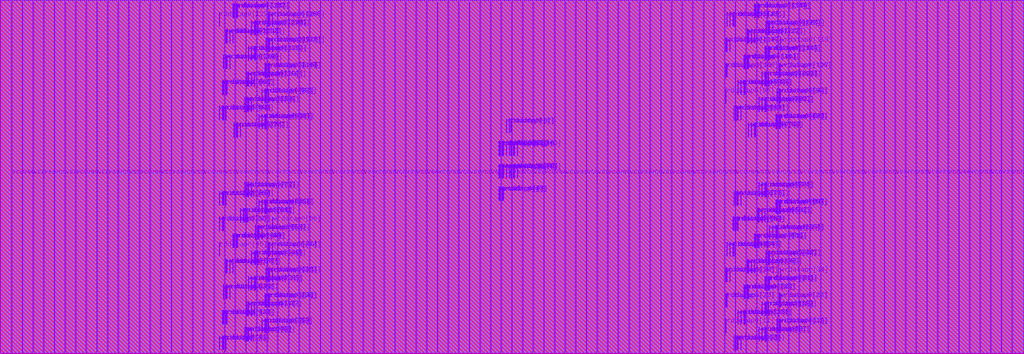
<source format=lef>
VERSION 5.8 ;
BUSBITCHARS "[]" ;
DIVIDERCHAR "/" ;

UNITS
  DATABASE MICRONS 4000 ;
END UNITS

MANUFACTURINGGRID 0.0005 ;

MACRO arf132b256e1r1w0cbbehcaa4acw
  CLASS BLOCK ;
  ORIGIN 0 0 ;
  FOREIGN arf132b256e1r1w0cbbehcaa4acw 0 0 ;
  SIZE 86.4 BY 29.76 ;
  PIN ckrdp0
    DIRECTION INPUT ;
    USE SIGNAL ;
    PORT
      LAYER m7 ;
        RECT 42.728 16.68 42.772 17.88 ;
    END
  END ckrdp0
  PIN ckwrp0
    DIRECTION INPUT ;
    USE SIGNAL ;
    PORT
      LAYER m7 ;
        RECT 42.084 14.76 42.128 15.96 ;
    END
  END ckwrp0
  PIN rdaddrp0[0]
    DIRECTION INPUT ;
    USE SIGNAL ;
    PORT
      LAYER m7 ;
        RECT 43.628 16.68 43.672 17.88 ;
    END
  END rdaddrp0[0]
  PIN rdaddrp0[1]
    DIRECTION INPUT ;
    USE SIGNAL ;
    PORT
      LAYER m7 ;
        RECT 42.084 16.68 42.128 17.88 ;
    END
  END rdaddrp0[1]
  PIN rdaddrp0[2]
    DIRECTION INPUT ;
    USE SIGNAL ;
    PORT
      LAYER m7 ;
        RECT 42.172 16.68 42.216 17.88 ;
    END
  END rdaddrp0[2]
  PIN rdaddrp0[3]
    DIRECTION INPUT ;
    USE SIGNAL ;
    PORT
      LAYER m7 ;
        RECT 42.384 16.68 42.428 17.88 ;
    END
  END rdaddrp0[3]
  PIN rdaddrp0[4]
    DIRECTION INPUT ;
    USE SIGNAL ;
    PORT
      LAYER m7 ;
        RECT 42.472 16.68 42.516 17.88 ;
    END
  END rdaddrp0[4]
  PIN rdaddrp0[5]
    DIRECTION INPUT ;
    USE SIGNAL ;
    PORT
      LAYER m7 ;
        RECT 42.728 18.6 42.772 19.8 ;
    END
  END rdaddrp0[5]
  PIN rdaddrp0[6]
    DIRECTION INPUT ;
    USE SIGNAL ;
    PORT
      LAYER m7 ;
        RECT 42.984 18.6 43.028 19.8 ;
    END
  END rdaddrp0[6]
  PIN rdaddrp0[7]
    DIRECTION INPUT ;
    USE SIGNAL ;
    PORT
      LAYER m7 ;
        RECT 43.072 18.6 43.116 19.8 ;
    END
  END rdaddrp0[7]
  PIN rdaddrp0_fd
    DIRECTION INPUT ;
    USE SIGNAL ;
    PORT
      LAYER m7 ;
        RECT 42.984 16.68 43.028 17.88 ;
    END
  END rdaddrp0_fd
  PIN rdaddrp0_rd
    DIRECTION INPUT ;
    USE SIGNAL ;
    PORT
      LAYER m7 ;
        RECT 43.072 16.68 43.116 17.88 ;
    END
  END rdaddrp0_rd
  PIN rddatap0[0]
    DIRECTION OUTPUT ;
    USE SIGNAL ;
    PORT
      LAYER m7 ;
        RECT 18.772 0.24 18.816 1.44 ;
    END
  END rddatap0[0]
  PIN rddatap0[100]
    DIRECTION OUTPUT ;
    USE SIGNAL ;
    PORT
      LAYER m7 ;
        RECT 21.128 22.56 21.172 23.76 ;
    END
  END rddatap0[100]
  PIN rddatap0[101]
    DIRECTION OUTPUT ;
    USE SIGNAL ;
    PORT
      LAYER m7 ;
        RECT 21.384 22.56 21.428 23.76 ;
    END
  END rddatap0[101]
  PIN rddatap0[102]
    DIRECTION OUTPUT ;
    USE SIGNAL ;
    PORT
      LAYER m7 ;
        RECT 64.672 22.56 64.716 23.76 ;
    END
  END rddatap0[102]
  PIN rddatap0[103]
    DIRECTION OUTPUT ;
    USE SIGNAL ;
    PORT
      LAYER m7 ;
        RECT 64.884 22.56 64.928 23.76 ;
    END
  END rddatap0[103]
  PIN rddatap0[104]
    DIRECTION OUTPUT ;
    USE SIGNAL ;
    PORT
      LAYER m7 ;
        RECT 22.584 23.28 22.628 24.48 ;
    END
  END rddatap0[104]
  PIN rddatap0[105]
    DIRECTION OUTPUT ;
    USE SIGNAL ;
    PORT
      LAYER m7 ;
        RECT 22.672 23.28 22.716 24.48 ;
    END
  END rddatap0[105]
  PIN rddatap0[106]
    DIRECTION OUTPUT ;
    USE SIGNAL ;
    PORT
      LAYER m7 ;
        RECT 61.284 23.28 61.328 24.48 ;
    END
  END rddatap0[106]
  PIN rddatap0[107]
    DIRECTION OUTPUT ;
    USE SIGNAL ;
    PORT
      LAYER m7 ;
        RECT 61.372 23.28 61.416 24.48 ;
    END
  END rddatap0[107]
  PIN rddatap0[108]
    DIRECTION OUTPUT ;
    USE SIGNAL ;
    PORT
      LAYER m7 ;
        RECT 19.072 24 19.116 25.2 ;
    END
  END rddatap0[108]
  PIN rddatap0[109]
    DIRECTION OUTPUT ;
    USE SIGNAL ;
    PORT
      LAYER m7 ;
        RECT 19.328 24 19.372 25.2 ;
    END
  END rddatap0[109]
  PIN rddatap0[10]
    DIRECTION OUTPUT ;
    USE SIGNAL ;
    PORT
      LAYER m7 ;
        RECT 65.872 1.68 65.916 2.88 ;
    END
  END rddatap0[10]
  PIN rddatap0[110]
    DIRECTION OUTPUT ;
    USE SIGNAL ;
    PORT
      LAYER m7 ;
        RECT 63.084 24 63.128 25.2 ;
    END
  END rddatap0[110]
  PIN rddatap0[111]
    DIRECTION OUTPUT ;
    USE SIGNAL ;
    PORT
      LAYER m7 ;
        RECT 63.172 24 63.216 25.2 ;
    END
  END rddatap0[111]
  PIN rddatap0[112]
    DIRECTION OUTPUT ;
    USE SIGNAL ;
    PORT
      LAYER m7 ;
        RECT 21.384 24.72 21.428 25.92 ;
    END
  END rddatap0[112]
  PIN rddatap0[113]
    DIRECTION OUTPUT ;
    USE SIGNAL ;
    PORT
      LAYER m7 ;
        RECT 21.472 24.72 21.516 25.92 ;
    END
  END rddatap0[113]
  PIN rddatap0[114]
    DIRECTION OUTPUT ;
    USE SIGNAL ;
    PORT
      LAYER m7 ;
        RECT 64.884 24.72 64.928 25.92 ;
    END
  END rddatap0[114]
  PIN rddatap0[115]
    DIRECTION OUTPUT ;
    USE SIGNAL ;
    PORT
      LAYER m7 ;
        RECT 64.972 24.72 65.016 25.92 ;
    END
  END rddatap0[115]
  PIN rddatap0[116]
    DIRECTION OUTPUT ;
    USE SIGNAL ;
    PORT
      LAYER m7 ;
        RECT 22.672 25.44 22.716 26.64 ;
    END
  END rddatap0[116]
  PIN rddatap0[117]
    DIRECTION OUTPUT ;
    USE SIGNAL ;
    PORT
      LAYER m7 ;
        RECT 22.928 25.44 22.972 26.64 ;
    END
  END rddatap0[117]
  PIN rddatap0[118]
    DIRECTION OUTPUT ;
    USE SIGNAL ;
    PORT
      LAYER m7 ;
        RECT 61.372 25.44 61.416 26.64 ;
    END
  END rddatap0[118]
  PIN rddatap0[119]
    DIRECTION OUTPUT ;
    USE SIGNAL ;
    PORT
      LAYER m7 ;
        RECT 61.628 25.44 61.672 26.64 ;
    END
  END rddatap0[119]
  PIN rddatap0[11]
    DIRECTION OUTPUT ;
    USE SIGNAL ;
    PORT
      LAYER m7 ;
        RECT 61.284 1.68 61.328 2.88 ;
    END
  END rddatap0[11]
  PIN rddatap0[120]
    DIRECTION OUTPUT ;
    USE SIGNAL ;
    PORT
      LAYER m7 ;
        RECT 19.328 26.16 19.372 27.36 ;
    END
  END rddatap0[120]
  PIN rddatap0[121]
    DIRECTION OUTPUT ;
    USE SIGNAL ;
    PORT
      LAYER m7 ;
        RECT 19.584 26.16 19.628 27.36 ;
    END
  END rddatap0[121]
  PIN rddatap0[122]
    DIRECTION OUTPUT ;
    USE SIGNAL ;
    PORT
      LAYER m7 ;
        RECT 63.428 26.16 63.472 27.36 ;
    END
  END rddatap0[122]
  PIN rddatap0[123]
    DIRECTION OUTPUT ;
    USE SIGNAL ;
    PORT
      LAYER m7 ;
        RECT 63.684 26.16 63.728 27.36 ;
    END
  END rddatap0[123]
  PIN rddatap0[124]
    DIRECTION OUTPUT ;
    USE SIGNAL ;
    PORT
      LAYER m7 ;
        RECT 21.472 26.88 21.516 28.08 ;
    END
  END rddatap0[124]
  PIN rddatap0[125]
    DIRECTION OUTPUT ;
    USE SIGNAL ;
    PORT
      LAYER m7 ;
        RECT 21.684 26.88 21.728 28.08 ;
    END
  END rddatap0[125]
  PIN rddatap0[126]
    DIRECTION OUTPUT ;
    USE SIGNAL ;
    PORT
      LAYER m7 ;
        RECT 64.972 26.88 65.016 28.08 ;
    END
  END rddatap0[126]
  PIN rddatap0[127]
    DIRECTION OUTPUT ;
    USE SIGNAL ;
    PORT
      LAYER m7 ;
        RECT 65.228 26.88 65.272 28.08 ;
    END
  END rddatap0[127]
  PIN rddatap0[128]
    DIRECTION OUTPUT ;
    USE SIGNAL ;
    PORT
      LAYER m7 ;
        RECT 22.928 27.6 22.972 28.8 ;
    END
  END rddatap0[128]
  PIN rddatap0[129]
    DIRECTION OUTPUT ;
    USE SIGNAL ;
    PORT
      LAYER m7 ;
        RECT 18.428 27.6 18.472 28.8 ;
    END
  END rddatap0[129]
  PIN rddatap0[12]
    DIRECTION OUTPUT ;
    USE SIGNAL ;
    PORT
      LAYER m7 ;
        RECT 18.984 2.4 19.028 3.6 ;
    END
  END rddatap0[12]
  PIN rddatap0[130]
    DIRECTION OUTPUT ;
    USE SIGNAL ;
    PORT
      LAYER m7 ;
        RECT 61.884 27.6 61.928 28.8 ;
    END
  END rddatap0[130]
  PIN rddatap0[131]
    DIRECTION OUTPUT ;
    USE SIGNAL ;
    PORT
      LAYER m7 ;
        RECT 61.972 27.6 62.016 28.8 ;
    END
  END rddatap0[131]
  PIN rddatap0[132]
    DIRECTION OUTPUT ;
    USE SIGNAL ;
    PORT
      LAYER m7 ;
        RECT 19.884 28.32 19.928 29.52 ;
    END
  END rddatap0[132]
  PIN rddatap0[133]
    DIRECTION OUTPUT ;
    USE SIGNAL ;
    PORT
      LAYER m7 ;
        RECT 19.972 28.32 20.016 29.52 ;
    END
  END rddatap0[133]
  PIN rddatap0[134]
    DIRECTION OUTPUT ;
    USE SIGNAL ;
    PORT
      LAYER m7 ;
        RECT 63.984 28.32 64.028 29.52 ;
    END
  END rddatap0[134]
  PIN rddatap0[135]
    DIRECTION OUTPUT ;
    USE SIGNAL ;
    PORT
      LAYER m7 ;
        RECT 64.072 28.32 64.116 29.52 ;
    END
  END rddatap0[135]
  PIN rddatap0[13]
    DIRECTION OUTPUT ;
    USE SIGNAL ;
    PORT
      LAYER m7 ;
        RECT 19.072 2.4 19.116 3.6 ;
    END
  END rddatap0[13]
  PIN rddatap0[14]
    DIRECTION OUTPUT ;
    USE SIGNAL ;
    PORT
      LAYER m7 ;
        RECT 62.784 2.4 62.828 3.6 ;
    END
  END rddatap0[14]
  PIN rddatap0[15]
    DIRECTION OUTPUT ;
    USE SIGNAL ;
    PORT
      LAYER m7 ;
        RECT 62.872 2.4 62.916 3.6 ;
    END
  END rddatap0[15]
  PIN rddatap0[16]
    DIRECTION OUTPUT ;
    USE SIGNAL ;
    PORT
      LAYER m7 ;
        RECT 21.128 3.12 21.172 4.32 ;
    END
  END rddatap0[16]
  PIN rddatap0[17]
    DIRECTION OUTPUT ;
    USE SIGNAL ;
    PORT
      LAYER m7 ;
        RECT 21.384 3.12 21.428 4.32 ;
    END
  END rddatap0[17]
  PIN rddatap0[18]
    DIRECTION OUTPUT ;
    USE SIGNAL ;
    PORT
      LAYER m7 ;
        RECT 64.672 3.12 64.716 4.32 ;
    END
  END rddatap0[18]
  PIN rddatap0[19]
    DIRECTION OUTPUT ;
    USE SIGNAL ;
    PORT
      LAYER m7 ;
        RECT 64.884 3.12 64.928 4.32 ;
    END
  END rddatap0[19]
  PIN rddatap0[1]
    DIRECTION OUTPUT ;
    USE SIGNAL ;
    PORT
      LAYER m7 ;
        RECT 18.984 0.24 19.028 1.44 ;
    END
  END rddatap0[1]
  PIN rddatap0[20]
    DIRECTION OUTPUT ;
    USE SIGNAL ;
    PORT
      LAYER m7 ;
        RECT 22.584 3.84 22.628 5.04 ;
    END
  END rddatap0[20]
  PIN rddatap0[21]
    DIRECTION OUTPUT ;
    USE SIGNAL ;
    PORT
      LAYER m7 ;
        RECT 22.672 3.84 22.716 5.04 ;
    END
  END rddatap0[21]
  PIN rddatap0[22]
    DIRECTION OUTPUT ;
    USE SIGNAL ;
    PORT
      LAYER m7 ;
        RECT 61.284 3.84 61.328 5.04 ;
    END
  END rddatap0[22]
  PIN rddatap0[23]
    DIRECTION OUTPUT ;
    USE SIGNAL ;
    PORT
      LAYER m7 ;
        RECT 61.372 3.84 61.416 5.04 ;
    END
  END rddatap0[23]
  PIN rddatap0[24]
    DIRECTION OUTPUT ;
    USE SIGNAL ;
    PORT
      LAYER m7 ;
        RECT 19.072 4.56 19.116 5.76 ;
    END
  END rddatap0[24]
  PIN rddatap0[25]
    DIRECTION OUTPUT ;
    USE SIGNAL ;
    PORT
      LAYER m7 ;
        RECT 19.328 4.56 19.372 5.76 ;
    END
  END rddatap0[25]
  PIN rddatap0[26]
    DIRECTION OUTPUT ;
    USE SIGNAL ;
    PORT
      LAYER m7 ;
        RECT 63.084 4.56 63.128 5.76 ;
    END
  END rddatap0[26]
  PIN rddatap0[27]
    DIRECTION OUTPUT ;
    USE SIGNAL ;
    PORT
      LAYER m7 ;
        RECT 63.172 4.56 63.216 5.76 ;
    END
  END rddatap0[27]
  PIN rddatap0[28]
    DIRECTION OUTPUT ;
    USE SIGNAL ;
    PORT
      LAYER m7 ;
        RECT 21.384 5.28 21.428 6.48 ;
    END
  END rddatap0[28]
  PIN rddatap0[29]
    DIRECTION OUTPUT ;
    USE SIGNAL ;
    PORT
      LAYER m7 ;
        RECT 21.472 5.28 21.516 6.48 ;
    END
  END rddatap0[29]
  PIN rddatap0[2]
    DIRECTION OUTPUT ;
    USE SIGNAL ;
    PORT
      LAYER m7 ;
        RECT 62.272 0.24 62.316 1.44 ;
    END
  END rddatap0[2]
  PIN rddatap0[30]
    DIRECTION OUTPUT ;
    USE SIGNAL ;
    PORT
      LAYER m7 ;
        RECT 64.884 5.28 64.928 6.48 ;
    END
  END rddatap0[30]
  PIN rddatap0[31]
    DIRECTION OUTPUT ;
    USE SIGNAL ;
    PORT
      LAYER m7 ;
        RECT 64.972 5.28 65.016 6.48 ;
    END
  END rddatap0[31]
  PIN rddatap0[32]
    DIRECTION OUTPUT ;
    USE SIGNAL ;
    PORT
      LAYER m7 ;
        RECT 22.672 6 22.716 7.2 ;
    END
  END rddatap0[32]
  PIN rddatap0[33]
    DIRECTION OUTPUT ;
    USE SIGNAL ;
    PORT
      LAYER m7 ;
        RECT 22.928 6 22.972 7.2 ;
    END
  END rddatap0[33]
  PIN rddatap0[34]
    DIRECTION OUTPUT ;
    USE SIGNAL ;
    PORT
      LAYER m7 ;
        RECT 61.372 6 61.416 7.2 ;
    END
  END rddatap0[34]
  PIN rddatap0[35]
    DIRECTION OUTPUT ;
    USE SIGNAL ;
    PORT
      LAYER m7 ;
        RECT 61.628 6 61.672 7.2 ;
    END
  END rddatap0[35]
  PIN rddatap0[36]
    DIRECTION OUTPUT ;
    USE SIGNAL ;
    PORT
      LAYER m7 ;
        RECT 19.328 6.72 19.372 7.92 ;
    END
  END rddatap0[36]
  PIN rddatap0[37]
    DIRECTION OUTPUT ;
    USE SIGNAL ;
    PORT
      LAYER m7 ;
        RECT 19.584 6.72 19.628 7.92 ;
    END
  END rddatap0[37]
  PIN rddatap0[38]
    DIRECTION OUTPUT ;
    USE SIGNAL ;
    PORT
      LAYER m7 ;
        RECT 63.428 6.72 63.472 7.92 ;
    END
  END rddatap0[38]
  PIN rddatap0[39]
    DIRECTION OUTPUT ;
    USE SIGNAL ;
    PORT
      LAYER m7 ;
        RECT 63.684 6.72 63.728 7.92 ;
    END
  END rddatap0[39]
  PIN rddatap0[3]
    DIRECTION OUTPUT ;
    USE SIGNAL ;
    PORT
      LAYER m7 ;
        RECT 62.528 0.24 62.572 1.44 ;
    END
  END rddatap0[3]
  PIN rddatap0[40]
    DIRECTION OUTPUT ;
    USE SIGNAL ;
    PORT
      LAYER m7 ;
        RECT 21.472 7.44 21.516 8.64 ;
    END
  END rddatap0[40]
  PIN rddatap0[41]
    DIRECTION OUTPUT ;
    USE SIGNAL ;
    PORT
      LAYER m7 ;
        RECT 21.684 7.44 21.728 8.64 ;
    END
  END rddatap0[41]
  PIN rddatap0[42]
    DIRECTION OUTPUT ;
    USE SIGNAL ;
    PORT
      LAYER m7 ;
        RECT 64.972 7.44 65.016 8.64 ;
    END
  END rddatap0[42]
  PIN rddatap0[43]
    DIRECTION OUTPUT ;
    USE SIGNAL ;
    PORT
      LAYER m7 ;
        RECT 65.228 7.44 65.272 8.64 ;
    END
  END rddatap0[43]
  PIN rddatap0[44]
    DIRECTION OUTPUT ;
    USE SIGNAL ;
    PORT
      LAYER m7 ;
        RECT 22.928 8.16 22.972 9.36 ;
    END
  END rddatap0[44]
  PIN rddatap0[45]
    DIRECTION OUTPUT ;
    USE SIGNAL ;
    PORT
      LAYER m7 ;
        RECT 18.428 8.16 18.472 9.36 ;
    END
  END rddatap0[45]
  PIN rddatap0[46]
    DIRECTION OUTPUT ;
    USE SIGNAL ;
    PORT
      LAYER m7 ;
        RECT 61.884 8.16 61.928 9.36 ;
    END
  END rddatap0[46]
  PIN rddatap0[47]
    DIRECTION OUTPUT ;
    USE SIGNAL ;
    PORT
      LAYER m7 ;
        RECT 61.972 8.16 62.016 9.36 ;
    END
  END rddatap0[47]
  PIN rddatap0[48]
    DIRECTION OUTPUT ;
    USE SIGNAL ;
    PORT
      LAYER m7 ;
        RECT 19.884 8.88 19.928 10.08 ;
    END
  END rddatap0[48]
  PIN rddatap0[49]
    DIRECTION OUTPUT ;
    USE SIGNAL ;
    PORT
      LAYER m7 ;
        RECT 19.972 8.88 20.016 10.08 ;
    END
  END rddatap0[49]
  PIN rddatap0[4]
    DIRECTION OUTPUT ;
    USE SIGNAL ;
    PORT
      LAYER m7 ;
        RECT 20.872 0.96 20.916 2.16 ;
    END
  END rddatap0[4]
  PIN rddatap0[50]
    DIRECTION OUTPUT ;
    USE SIGNAL ;
    PORT
      LAYER m7 ;
        RECT 63.984 8.88 64.028 10.08 ;
    END
  END rddatap0[50]
  PIN rddatap0[51]
    DIRECTION OUTPUT ;
    USE SIGNAL ;
    PORT
      LAYER m7 ;
        RECT 64.072 8.88 64.116 10.08 ;
    END
  END rddatap0[51]
  PIN rddatap0[52]
    DIRECTION OUTPUT ;
    USE SIGNAL ;
    PORT
      LAYER m7 ;
        RECT 21.772 9.6 21.816 10.8 ;
    END
  END rddatap0[52]
  PIN rddatap0[53]
    DIRECTION OUTPUT ;
    USE SIGNAL ;
    PORT
      LAYER m7 ;
        RECT 22.028 9.6 22.072 10.8 ;
    END
  END rddatap0[53]
  PIN rddatap0[54]
    DIRECTION OUTPUT ;
    USE SIGNAL ;
    PORT
      LAYER m7 ;
        RECT 65.484 9.6 65.528 10.8 ;
    END
  END rddatap0[54]
  PIN rddatap0[55]
    DIRECTION OUTPUT ;
    USE SIGNAL ;
    PORT
      LAYER m7 ;
        RECT 65.572 9.6 65.616 10.8 ;
    END
  END rddatap0[55]
  PIN rddatap0[56]
    DIRECTION OUTPUT ;
    USE SIGNAL ;
    PORT
      LAYER m7 ;
        RECT 18.684 10.32 18.728 11.52 ;
    END
  END rddatap0[56]
  PIN rddatap0[57]
    DIRECTION OUTPUT ;
    USE SIGNAL ;
    PORT
      LAYER m7 ;
        RECT 18.772 10.32 18.816 11.52 ;
    END
  END rddatap0[57]
  PIN rddatap0[58]
    DIRECTION OUTPUT ;
    USE SIGNAL ;
    PORT
      LAYER m7 ;
        RECT 62.184 10.32 62.228 11.52 ;
    END
  END rddatap0[58]
  PIN rddatap0[59]
    DIRECTION OUTPUT ;
    USE SIGNAL ;
    PORT
      LAYER m7 ;
        RECT 62.272 10.32 62.316 11.52 ;
    END
  END rddatap0[59]
  PIN rddatap0[5]
    DIRECTION OUTPUT ;
    USE SIGNAL ;
    PORT
      LAYER m7 ;
        RECT 21.128 0.96 21.172 2.16 ;
    END
  END rddatap0[5]
  PIN rddatap0[60]
    DIRECTION OUTPUT ;
    USE SIGNAL ;
    PORT
      LAYER m7 ;
        RECT 20.572 11.04 20.616 12.24 ;
    END
  END rddatap0[60]
  PIN rddatap0[61]
    DIRECTION OUTPUT ;
    USE SIGNAL ;
    PORT
      LAYER m7 ;
        RECT 20.784 11.04 20.828 12.24 ;
    END
  END rddatap0[61]
  PIN rddatap0[62]
    DIRECTION OUTPUT ;
    USE SIGNAL ;
    PORT
      LAYER m7 ;
        RECT 64.328 11.04 64.372 12.24 ;
    END
  END rddatap0[62]
  PIN rddatap0[63]
    DIRECTION OUTPUT ;
    USE SIGNAL ;
    PORT
      LAYER m7 ;
        RECT 64.584 11.04 64.628 12.24 ;
    END
  END rddatap0[63]
  PIN rddatap0[64]
    DIRECTION OUTPUT ;
    USE SIGNAL ;
    PORT
      LAYER m7 ;
        RECT 22.284 11.76 22.328 12.96 ;
    END
  END rddatap0[64]
  PIN rddatap0[65]
    DIRECTION OUTPUT ;
    USE SIGNAL ;
    PORT
      LAYER m7 ;
        RECT 22.372 11.76 22.416 12.96 ;
    END
  END rddatap0[65]
  PIN rddatap0[66]
    DIRECTION OUTPUT ;
    USE SIGNAL ;
    PORT
      LAYER m7 ;
        RECT 65.784 11.76 65.828 12.96 ;
    END
  END rddatap0[66]
  PIN rddatap0[67]
    DIRECTION OUTPUT ;
    USE SIGNAL ;
    PORT
      LAYER m7 ;
        RECT 65.872 11.76 65.916 12.96 ;
    END
  END rddatap0[67]
  PIN rddatap0[68]
    DIRECTION OUTPUT ;
    USE SIGNAL ;
    PORT
      LAYER m7 ;
        RECT 18.772 12.48 18.816 13.68 ;
    END
  END rddatap0[68]
  PIN rddatap0[69]
    DIRECTION OUTPUT ;
    USE SIGNAL ;
    PORT
      LAYER m7 ;
        RECT 18.984 12.48 19.028 13.68 ;
    END
  END rddatap0[69]
  PIN rddatap0[6]
    DIRECTION OUTPUT ;
    USE SIGNAL ;
    PORT
      LAYER m7 ;
        RECT 64.584 0.96 64.628 2.16 ;
    END
  END rddatap0[6]
  PIN rddatap0[70]
    DIRECTION OUTPUT ;
    USE SIGNAL ;
    PORT
      LAYER m7 ;
        RECT 62.272 12.48 62.316 13.68 ;
    END
  END rddatap0[70]
  PIN rddatap0[71]
    DIRECTION OUTPUT ;
    USE SIGNAL ;
    PORT
      LAYER m7 ;
        RECT 62.528 12.48 62.572 13.68 ;
    END
  END rddatap0[71]
  PIN rddatap0[72]
    DIRECTION OUTPUT ;
    USE SIGNAL ;
    PORT
      LAYER m7 ;
        RECT 20.872 13.2 20.916 14.4 ;
    END
  END rddatap0[72]
  PIN rddatap0[73]
    DIRECTION OUTPUT ;
    USE SIGNAL ;
    PORT
      LAYER m7 ;
        RECT 21.128 13.2 21.172 14.4 ;
    END
  END rddatap0[73]
  PIN rddatap0[74]
    DIRECTION OUTPUT ;
    USE SIGNAL ;
    PORT
      LAYER m7 ;
        RECT 64.584 13.2 64.628 14.4 ;
    END
  END rddatap0[74]
  PIN rddatap0[75]
    DIRECTION OUTPUT ;
    USE SIGNAL ;
    PORT
      LAYER m7 ;
        RECT 64.672 13.2 64.716 14.4 ;
    END
  END rddatap0[75]
  PIN rddatap0[76]
    DIRECTION OUTPUT ;
    USE SIGNAL ;
    PORT
      LAYER m7 ;
        RECT 19.972 18.24 20.016 19.44 ;
    END
  END rddatap0[76]
  PIN rddatap0[77]
    DIRECTION OUTPUT ;
    USE SIGNAL ;
    PORT
      LAYER m7 ;
        RECT 20.228 18.24 20.272 19.44 ;
    END
  END rddatap0[77]
  PIN rddatap0[78]
    DIRECTION OUTPUT ;
    USE SIGNAL ;
    PORT
      LAYER m7 ;
        RECT 63.684 18.24 63.728 19.44 ;
    END
  END rddatap0[78]
  PIN rddatap0[79]
    DIRECTION OUTPUT ;
    USE SIGNAL ;
    PORT
      LAYER m7 ;
        RECT 63.772 18.24 63.816 19.44 ;
    END
  END rddatap0[79]
  PIN rddatap0[7]
    DIRECTION OUTPUT ;
    USE SIGNAL ;
    PORT
      LAYER m7 ;
        RECT 64.672 0.96 64.716 2.16 ;
    END
  END rddatap0[7]
  PIN rddatap0[80]
    DIRECTION OUTPUT ;
    USE SIGNAL ;
    PORT
      LAYER m7 ;
        RECT 22.284 18.96 22.328 20.16 ;
    END
  END rddatap0[80]
  PIN rddatap0[81]
    DIRECTION OUTPUT ;
    USE SIGNAL ;
    PORT
      LAYER m7 ;
        RECT 22.372 18.96 22.416 20.16 ;
    END
  END rddatap0[81]
  PIN rddatap0[82]
    DIRECTION OUTPUT ;
    USE SIGNAL ;
    PORT
      LAYER m7 ;
        RECT 65.784 18.96 65.828 20.16 ;
    END
  END rddatap0[82]
  PIN rddatap0[83]
    DIRECTION OUTPUT ;
    USE SIGNAL ;
    PORT
      LAYER m7 ;
        RECT 65.872 18.96 65.916 20.16 ;
    END
  END rddatap0[83]
  PIN rddatap0[84]
    DIRECTION OUTPUT ;
    USE SIGNAL ;
    PORT
      LAYER m7 ;
        RECT 18.772 19.68 18.816 20.88 ;
    END
  END rddatap0[84]
  PIN rddatap0[85]
    DIRECTION OUTPUT ;
    USE SIGNAL ;
    PORT
      LAYER m7 ;
        RECT 18.984 19.68 19.028 20.88 ;
    END
  END rddatap0[85]
  PIN rddatap0[86]
    DIRECTION OUTPUT ;
    USE SIGNAL ;
    PORT
      LAYER m7 ;
        RECT 62.272 19.68 62.316 20.88 ;
    END
  END rddatap0[86]
  PIN rddatap0[87]
    DIRECTION OUTPUT ;
    USE SIGNAL ;
    PORT
      LAYER m7 ;
        RECT 62.528 19.68 62.572 20.88 ;
    END
  END rddatap0[87]
  PIN rddatap0[88]
    DIRECTION OUTPUT ;
    USE SIGNAL ;
    PORT
      LAYER m7 ;
        RECT 20.872 20.4 20.916 21.6 ;
    END
  END rddatap0[88]
  PIN rddatap0[89]
    DIRECTION OUTPUT ;
    USE SIGNAL ;
    PORT
      LAYER m7 ;
        RECT 21.128 20.4 21.172 21.6 ;
    END
  END rddatap0[89]
  PIN rddatap0[8]
    DIRECTION OUTPUT ;
    USE SIGNAL ;
    PORT
      LAYER m7 ;
        RECT 22.372 1.68 22.416 2.88 ;
    END
  END rddatap0[8]
  PIN rddatap0[90]
    DIRECTION OUTPUT ;
    USE SIGNAL ;
    PORT
      LAYER m7 ;
        RECT 64.584 20.4 64.628 21.6 ;
    END
  END rddatap0[90]
  PIN rddatap0[91]
    DIRECTION OUTPUT ;
    USE SIGNAL ;
    PORT
      LAYER m7 ;
        RECT 64.672 20.4 64.716 21.6 ;
    END
  END rddatap0[91]
  PIN rddatap0[92]
    DIRECTION OUTPUT ;
    USE SIGNAL ;
    PORT
      LAYER m7 ;
        RECT 22.372 21.12 22.416 22.32 ;
    END
  END rddatap0[92]
  PIN rddatap0[93]
    DIRECTION OUTPUT ;
    USE SIGNAL ;
    PORT
      LAYER m7 ;
        RECT 22.584 21.12 22.628 22.32 ;
    END
  END rddatap0[93]
  PIN rddatap0[94]
    DIRECTION OUTPUT ;
    USE SIGNAL ;
    PORT
      LAYER m7 ;
        RECT 65.872 21.12 65.916 22.32 ;
    END
  END rddatap0[94]
  PIN rddatap0[95]
    DIRECTION OUTPUT ;
    USE SIGNAL ;
    PORT
      LAYER m7 ;
        RECT 61.284 21.12 61.328 22.32 ;
    END
  END rddatap0[95]
  PIN rddatap0[96]
    DIRECTION OUTPUT ;
    USE SIGNAL ;
    PORT
      LAYER m7 ;
        RECT 18.984 21.84 19.028 23.04 ;
    END
  END rddatap0[96]
  PIN rddatap0[97]
    DIRECTION OUTPUT ;
    USE SIGNAL ;
    PORT
      LAYER m7 ;
        RECT 19.072 21.84 19.116 23.04 ;
    END
  END rddatap0[97]
  PIN rddatap0[98]
    DIRECTION OUTPUT ;
    USE SIGNAL ;
    PORT
      LAYER m7 ;
        RECT 62.784 21.84 62.828 23.04 ;
    END
  END rddatap0[98]
  PIN rddatap0[99]
    DIRECTION OUTPUT ;
    USE SIGNAL ;
    PORT
      LAYER m7 ;
        RECT 62.872 21.84 62.916 23.04 ;
    END
  END rddatap0[99]
  PIN rddatap0[9]
    DIRECTION OUTPUT ;
    USE SIGNAL ;
    PORT
      LAYER m7 ;
        RECT 22.584 1.68 22.628 2.88 ;
    END
  END rddatap0[9]
  PIN rdenp0
    DIRECTION INPUT ;
    USE SIGNAL ;
    PORT
      LAYER m7 ;
        RECT 43.284 16.68 43.328 17.88 ;
    END
  END rdenp0
  PIN sdl_initp0
    DIRECTION INPUT ;
    USE SIGNAL ;
    PORT
      LAYER m7 ;
        RECT 43.372 16.68 43.416 17.88 ;
    END
  END sdl_initp0
  PIN vcc
    DIRECTION INPUT ;
    USE POWER ;
    PORT
      LAYER m7 ;
        RECT 85.462 0.06 85.538 29.7 ;
    END
    PORT
      LAYER m7 ;
        RECT 83.662 0.06 83.738 29.7 ;
    END
    PORT
      LAYER m7 ;
        RECT 81.862 0.06 81.938 29.7 ;
    END
    PORT
      LAYER m7 ;
        RECT 80.062 0.06 80.138 29.7 ;
    END
    PORT
      LAYER m7 ;
        RECT 78.262 0.06 78.338 29.7 ;
    END
    PORT
      LAYER m7 ;
        RECT 76.462 0.06 76.538 29.7 ;
    END
    PORT
      LAYER m7 ;
        RECT 74.662 0.06 74.738 29.7 ;
    END
    PORT
      LAYER m7 ;
        RECT 72.862 0.06 72.938 29.7 ;
    END
    PORT
      LAYER m7 ;
        RECT 71.062 0.06 71.138 29.7 ;
    END
    PORT
      LAYER m7 ;
        RECT 69.262 0.06 69.338 29.7 ;
    END
    PORT
      LAYER m7 ;
        RECT 67.462 0.06 67.538 29.7 ;
    END
    PORT
      LAYER m7 ;
        RECT 65.662 0.06 65.738 29.7 ;
    END
    PORT
      LAYER m7 ;
        RECT 63.862 0.06 63.938 29.7 ;
    END
    PORT
      LAYER m7 ;
        RECT 62.062 0.06 62.138 29.7 ;
    END
    PORT
      LAYER m7 ;
        RECT 60.262 0.06 60.338 29.7 ;
    END
    PORT
      LAYER m7 ;
        RECT 58.462 0.06 58.538 29.7 ;
    END
    PORT
      LAYER m7 ;
        RECT 56.662 0.06 56.738 29.7 ;
    END
    PORT
      LAYER m7 ;
        RECT 54.862 0.06 54.938 29.7 ;
    END
    PORT
      LAYER m7 ;
        RECT 53.062 0.06 53.138 29.7 ;
    END
    PORT
      LAYER m7 ;
        RECT 51.262 0.06 51.338 29.7 ;
    END
    PORT
      LAYER m7 ;
        RECT 49.462 0.06 49.538 29.7 ;
    END
    PORT
      LAYER m7 ;
        RECT 47.662 0.06 47.738 29.7 ;
    END
    PORT
      LAYER m7 ;
        RECT 45.862 0.06 45.938 29.7 ;
    END
    PORT
      LAYER m7 ;
        RECT 44.062 0.06 44.138 29.7 ;
    END
    PORT
      LAYER m7 ;
        RECT 42.262 0.06 42.338 29.7 ;
    END
    PORT
      LAYER m7 ;
        RECT 40.462 0.06 40.538 29.7 ;
    END
    PORT
      LAYER m7 ;
        RECT 38.662 0.06 38.738 29.7 ;
    END
    PORT
      LAYER m7 ;
        RECT 36.862 0.06 36.938 29.7 ;
    END
    PORT
      LAYER m7 ;
        RECT 35.062 0.06 35.138 29.7 ;
    END
    PORT
      LAYER m7 ;
        RECT 33.262 0.06 33.338 29.7 ;
    END
    PORT
      LAYER m7 ;
        RECT 31.462 0.06 31.538 29.7 ;
    END
    PORT
      LAYER m7 ;
        RECT 29.662 0.06 29.738 29.7 ;
    END
    PORT
      LAYER m7 ;
        RECT 27.862 0.06 27.938 29.7 ;
    END
    PORT
      LAYER m7 ;
        RECT 26.062 0.06 26.138 29.7 ;
    END
    PORT
      LAYER m7 ;
        RECT 24.262 0.06 24.338 29.7 ;
    END
    PORT
      LAYER m7 ;
        RECT 22.462 0.06 22.538 29.7 ;
    END
    PORT
      LAYER m7 ;
        RECT 20.662 0.06 20.738 29.7 ;
    END
    PORT
      LAYER m7 ;
        RECT 18.862 0.06 18.938 29.7 ;
    END
    PORT
      LAYER m7 ;
        RECT 17.062 0.06 17.138 29.7 ;
    END
    PORT
      LAYER m7 ;
        RECT 15.262 0.06 15.338 29.7 ;
    END
    PORT
      LAYER m7 ;
        RECT 13.462 0.06 13.538 29.7 ;
    END
    PORT
      LAYER m7 ;
        RECT 11.662 0.06 11.738 29.7 ;
    END
    PORT
      LAYER m7 ;
        RECT 9.862 0.06 9.938 29.7 ;
    END
    PORT
      LAYER m7 ;
        RECT 8.062 0.06 8.138 29.7 ;
    END
    PORT
      LAYER m7 ;
        RECT 6.262 0.06 6.338 29.7 ;
    END
    PORT
      LAYER m7 ;
        RECT 4.462 0.06 4.538 29.7 ;
    END
    PORT
      LAYER m7 ;
        RECT 2.662 0.06 2.738 29.7 ;
    END
    PORT
      LAYER m7 ;
        RECT 0.862 0.06 0.938 29.7 ;
    END
  END vcc
  PIN vss
    DIRECTION INOUT ;
    USE GROUND ;
    PORT
      LAYER m7 ;
        RECT 84.562 0.06 84.638 29.7 ;
    END
    PORT
      LAYER m7 ;
        RECT 82.762 0.06 82.838 29.7 ;
    END
    PORT
      LAYER m7 ;
        RECT 80.962 0.06 81.038 29.7 ;
    END
    PORT
      LAYER m7 ;
        RECT 79.162 0.06 79.238 29.7 ;
    END
    PORT
      LAYER m7 ;
        RECT 77.362 0.06 77.438 29.7 ;
    END
    PORT
      LAYER m7 ;
        RECT 75.562 0.06 75.638 29.7 ;
    END
    PORT
      LAYER m7 ;
        RECT 73.762 0.06 73.838 29.7 ;
    END
    PORT
      LAYER m7 ;
        RECT 71.962 0.06 72.038 29.7 ;
    END
    PORT
      LAYER m7 ;
        RECT 70.162 0.06 70.238 29.7 ;
    END
    PORT
      LAYER m7 ;
        RECT 68.362 0.06 68.438 29.7 ;
    END
    PORT
      LAYER m7 ;
        RECT 66.562 0.06 66.638 29.7 ;
    END
    PORT
      LAYER m7 ;
        RECT 64.762 0.06 64.838 29.7 ;
    END
    PORT
      LAYER m7 ;
        RECT 62.962 0.06 63.038 29.7 ;
    END
    PORT
      LAYER m7 ;
        RECT 61.162 0.06 61.238 29.7 ;
    END
    PORT
      LAYER m7 ;
        RECT 59.362 0.06 59.438 29.7 ;
    END
    PORT
      LAYER m7 ;
        RECT 57.562 0.06 57.638 29.7 ;
    END
    PORT
      LAYER m7 ;
        RECT 55.762 0.06 55.838 29.7 ;
    END
    PORT
      LAYER m7 ;
        RECT 53.962 0.06 54.038 29.7 ;
    END
    PORT
      LAYER m7 ;
        RECT 52.162 0.06 52.238 29.7 ;
    END
    PORT
      LAYER m7 ;
        RECT 50.362 0.06 50.438 29.7 ;
    END
    PORT
      LAYER m7 ;
        RECT 48.562 0.06 48.638 29.7 ;
    END
    PORT
      LAYER m7 ;
        RECT 46.762 0.06 46.838 29.7 ;
    END
    PORT
      LAYER m7 ;
        RECT 44.962 0.06 45.038 29.7 ;
    END
    PORT
      LAYER m7 ;
        RECT 43.162 0.06 43.238 29.7 ;
    END
    PORT
      LAYER m7 ;
        RECT 41.362 0.06 41.438 29.7 ;
    END
    PORT
      LAYER m7 ;
        RECT 39.562 0.06 39.638 29.7 ;
    END
    PORT
      LAYER m7 ;
        RECT 37.762 0.06 37.838 29.7 ;
    END
    PORT
      LAYER m7 ;
        RECT 35.962 0.06 36.038 29.7 ;
    END
    PORT
      LAYER m7 ;
        RECT 34.162 0.06 34.238 29.7 ;
    END
    PORT
      LAYER m7 ;
        RECT 32.362 0.06 32.438 29.7 ;
    END
    PORT
      LAYER m7 ;
        RECT 30.562 0.06 30.638 29.7 ;
    END
    PORT
      LAYER m7 ;
        RECT 28.762 0.06 28.838 29.7 ;
    END
    PORT
      LAYER m7 ;
        RECT 26.962 0.06 27.038 29.7 ;
    END
    PORT
      LAYER m7 ;
        RECT 25.162 0.06 25.238 29.7 ;
    END
    PORT
      LAYER m7 ;
        RECT 23.362 0.06 23.438 29.7 ;
    END
    PORT
      LAYER m7 ;
        RECT 21.562 0.06 21.638 29.7 ;
    END
    PORT
      LAYER m7 ;
        RECT 19.762 0.06 19.838 29.7 ;
    END
    PORT
      LAYER m7 ;
        RECT 17.962 0.06 18.038 29.7 ;
    END
    PORT
      LAYER m7 ;
        RECT 16.162 0.06 16.238 29.7 ;
    END
    PORT
      LAYER m7 ;
        RECT 14.362 0.06 14.438 29.7 ;
    END
    PORT
      LAYER m7 ;
        RECT 12.562 0.06 12.638 29.7 ;
    END
    PORT
      LAYER m7 ;
        RECT 10.762 0.06 10.838 29.7 ;
    END
    PORT
      LAYER m7 ;
        RECT 8.962 0.06 9.038 29.7 ;
    END
    PORT
      LAYER m7 ;
        RECT 7.162 0.06 7.238 29.7 ;
    END
    PORT
      LAYER m7 ;
        RECT 5.362 0.06 5.438 29.7 ;
    END
    PORT
      LAYER m7 ;
        RECT 3.562 0.06 3.638 29.7 ;
    END
    PORT
      LAYER m7 ;
        RECT 1.762 0.06 1.838 29.7 ;
    END
  END vss
  PIN wraddrp0[0]
    DIRECTION INPUT ;
    USE SIGNAL ;
    PORT
      LAYER m7 ;
        RECT 43.072 14.76 43.116 15.96 ;
    END
  END wraddrp0[0]
  PIN wraddrp0[1]
    DIRECTION INPUT ;
    USE SIGNAL ;
    PORT
      LAYER m7 ;
        RECT 43.284 14.76 43.328 15.96 ;
    END
  END wraddrp0[1]
  PIN wraddrp0[2]
    DIRECTION INPUT ;
    USE SIGNAL ;
    PORT
      LAYER m7 ;
        RECT 43.372 14.76 43.416 15.96 ;
    END
  END wraddrp0[2]
  PIN wraddrp0[3]
    DIRECTION INPUT ;
    USE SIGNAL ;
    PORT
      LAYER m7 ;
        RECT 43.628 14.76 43.672 15.96 ;
    END
  END wraddrp0[3]
  PIN wraddrp0[4]
    DIRECTION INPUT ;
    USE SIGNAL ;
    PORT
      LAYER m7 ;
        RECT 42.084 12.84 42.128 14.04 ;
    END
  END wraddrp0[4]
  PIN wraddrp0[5]
    DIRECTION INPUT ;
    USE SIGNAL ;
    PORT
      LAYER m7 ;
        RECT 42.172 12.84 42.216 14.04 ;
    END
  END wraddrp0[5]
  PIN wraddrp0[6]
    DIRECTION INPUT ;
    USE SIGNAL ;
    PORT
      LAYER m7 ;
        RECT 42.384 12.84 42.428 14.04 ;
    END
  END wraddrp0[6]
  PIN wraddrp0[7]
    DIRECTION INPUT ;
    USE SIGNAL ;
    PORT
      LAYER m7 ;
        RECT 42.472 12.84 42.516 14.04 ;
    END
  END wraddrp0[7]
  PIN wraddrp0_fd
    DIRECTION INPUT ;
    USE SIGNAL ;
    PORT
      LAYER m7 ;
        RECT 42.172 14.76 42.216 15.96 ;
    END
  END wraddrp0_fd
  PIN wraddrp0_rd
    DIRECTION INPUT ;
    USE SIGNAL ;
    PORT
      LAYER m7 ;
        RECT 42.384 14.76 42.428 15.96 ;
    END
  END wraddrp0_rd
  PIN wrdatap0[0]
    DIRECTION INPUT ;
    USE SIGNAL ;
    PORT
      LAYER m7 ;
        RECT 18.428 0.24 18.472 1.44 ;
    END
  END wrdatap0[0]
  PIN wrdatap0[100]
    DIRECTION INPUT ;
    USE SIGNAL ;
    PORT
      LAYER m7 ;
        RECT 20.784 22.56 20.828 23.76 ;
    END
  END wrdatap0[100]
  PIN wrdatap0[101]
    DIRECTION INPUT ;
    USE SIGNAL ;
    PORT
      LAYER m7 ;
        RECT 20.872 22.56 20.916 23.76 ;
    END
  END wrdatap0[101]
  PIN wrdatap0[102]
    DIRECTION INPUT ;
    USE SIGNAL ;
    PORT
      LAYER m7 ;
        RECT 64.328 22.56 64.372 23.76 ;
    END
  END wrdatap0[102]
  PIN wrdatap0[103]
    DIRECTION INPUT ;
    USE SIGNAL ;
    PORT
      LAYER m7 ;
        RECT 64.584 22.56 64.628 23.76 ;
    END
  END wrdatap0[103]
  PIN wrdatap0[104]
    DIRECTION INPUT ;
    USE SIGNAL ;
    PORT
      LAYER m7 ;
        RECT 22.284 23.28 22.328 24.48 ;
    END
  END wrdatap0[104]
  PIN wrdatap0[105]
    DIRECTION INPUT ;
    USE SIGNAL ;
    PORT
      LAYER m7 ;
        RECT 22.372 23.28 22.416 24.48 ;
    END
  END wrdatap0[105]
  PIN wrdatap0[106]
    DIRECTION INPUT ;
    USE SIGNAL ;
    PORT
      LAYER m7 ;
        RECT 65.784 23.28 65.828 24.48 ;
    END
  END wrdatap0[106]
  PIN wrdatap0[107]
    DIRECTION INPUT ;
    USE SIGNAL ;
    PORT
      LAYER m7 ;
        RECT 65.872 23.28 65.916 24.48 ;
    END
  END wrdatap0[107]
  PIN wrdatap0[108]
    DIRECTION INPUT ;
    USE SIGNAL ;
    PORT
      LAYER m7 ;
        RECT 18.772 24 18.816 25.2 ;
    END
  END wrdatap0[108]
  PIN wrdatap0[109]
    DIRECTION INPUT ;
    USE SIGNAL ;
    PORT
      LAYER m7 ;
        RECT 18.984 24 19.028 25.2 ;
    END
  END wrdatap0[109]
  PIN wrdatap0[10]
    DIRECTION INPUT ;
    USE SIGNAL ;
    PORT
      LAYER m7 ;
        RECT 65.572 1.68 65.616 2.88 ;
    END
  END wrdatap0[10]
  PIN wrdatap0[110]
    DIRECTION INPUT ;
    USE SIGNAL ;
    PORT
      LAYER m7 ;
        RECT 62.784 24 62.828 25.2 ;
    END
  END wrdatap0[110]
  PIN wrdatap0[111]
    DIRECTION INPUT ;
    USE SIGNAL ;
    PORT
      LAYER m7 ;
        RECT 62.872 24 62.916 25.2 ;
    END
  END wrdatap0[111]
  PIN wrdatap0[112]
    DIRECTION INPUT ;
    USE SIGNAL ;
    PORT
      LAYER m7 ;
        RECT 20.872 24.72 20.916 25.92 ;
    END
  END wrdatap0[112]
  PIN wrdatap0[113]
    DIRECTION INPUT ;
    USE SIGNAL ;
    PORT
      LAYER m7 ;
        RECT 21.128 24.72 21.172 25.92 ;
    END
  END wrdatap0[113]
  PIN wrdatap0[114]
    DIRECTION INPUT ;
    USE SIGNAL ;
    PORT
      LAYER m7 ;
        RECT 64.584 24.72 64.628 25.92 ;
    END
  END wrdatap0[114]
  PIN wrdatap0[115]
    DIRECTION INPUT ;
    USE SIGNAL ;
    PORT
      LAYER m7 ;
        RECT 64.672 24.72 64.716 25.92 ;
    END
  END wrdatap0[115]
  PIN wrdatap0[116]
    DIRECTION INPUT ;
    USE SIGNAL ;
    PORT
      LAYER m7 ;
        RECT 22.372 25.44 22.416 26.64 ;
    END
  END wrdatap0[116]
  PIN wrdatap0[117]
    DIRECTION INPUT ;
    USE SIGNAL ;
    PORT
      LAYER m7 ;
        RECT 22.584 25.44 22.628 26.64 ;
    END
  END wrdatap0[117]
  PIN wrdatap0[118]
    DIRECTION INPUT ;
    USE SIGNAL ;
    PORT
      LAYER m7 ;
        RECT 65.872 25.44 65.916 26.64 ;
    END
  END wrdatap0[118]
  PIN wrdatap0[119]
    DIRECTION INPUT ;
    USE SIGNAL ;
    PORT
      LAYER m7 ;
        RECT 61.284 25.44 61.328 26.64 ;
    END
  END wrdatap0[119]
  PIN wrdatap0[11]
    DIRECTION INPUT ;
    USE SIGNAL ;
    PORT
      LAYER m7 ;
        RECT 65.784 1.68 65.828 2.88 ;
    END
  END wrdatap0[11]
  PIN wrdatap0[120]
    DIRECTION INPUT ;
    USE SIGNAL ;
    PORT
      LAYER m7 ;
        RECT 18.984 26.16 19.028 27.36 ;
    END
  END wrdatap0[120]
  PIN wrdatap0[121]
    DIRECTION INPUT ;
    USE SIGNAL ;
    PORT
      LAYER m7 ;
        RECT 19.072 26.16 19.116 27.36 ;
    END
  END wrdatap0[121]
  PIN wrdatap0[122]
    DIRECTION INPUT ;
    USE SIGNAL ;
    PORT
      LAYER m7 ;
        RECT 63.084 26.16 63.128 27.36 ;
    END
  END wrdatap0[122]
  PIN wrdatap0[123]
    DIRECTION INPUT ;
    USE SIGNAL ;
    PORT
      LAYER m7 ;
        RECT 63.172 26.16 63.216 27.36 ;
    END
  END wrdatap0[123]
  PIN wrdatap0[124]
    DIRECTION INPUT ;
    USE SIGNAL ;
    PORT
      LAYER m7 ;
        RECT 21.128 26.88 21.172 28.08 ;
    END
  END wrdatap0[124]
  PIN wrdatap0[125]
    DIRECTION INPUT ;
    USE SIGNAL ;
    PORT
      LAYER m7 ;
        RECT 21.384 26.88 21.428 28.08 ;
    END
  END wrdatap0[125]
  PIN wrdatap0[126]
    DIRECTION INPUT ;
    USE SIGNAL ;
    PORT
      LAYER m7 ;
        RECT 64.672 26.88 64.716 28.08 ;
    END
  END wrdatap0[126]
  PIN wrdatap0[127]
    DIRECTION INPUT ;
    USE SIGNAL ;
    PORT
      LAYER m7 ;
        RECT 64.884 26.88 64.928 28.08 ;
    END
  END wrdatap0[127]
  PIN wrdatap0[128]
    DIRECTION INPUT ;
    USE SIGNAL ;
    PORT
      LAYER m7 ;
        RECT 22.584 27.6 22.628 28.8 ;
    END
  END wrdatap0[128]
  PIN wrdatap0[129]
    DIRECTION INPUT ;
    USE SIGNAL ;
    PORT
      LAYER m7 ;
        RECT 22.672 27.6 22.716 28.8 ;
    END
  END wrdatap0[129]
  PIN wrdatap0[12]
    DIRECTION INPUT ;
    USE SIGNAL ;
    PORT
      LAYER m7 ;
        RECT 18.684 2.4 18.728 3.6 ;
    END
  END wrdatap0[12]
  PIN wrdatap0[130]
    DIRECTION INPUT ;
    USE SIGNAL ;
    PORT
      LAYER m7 ;
        RECT 61.372 27.6 61.416 28.8 ;
    END
  END wrdatap0[130]
  PIN wrdatap0[131]
    DIRECTION INPUT ;
    USE SIGNAL ;
    PORT
      LAYER m7 ;
        RECT 61.628 27.6 61.672 28.8 ;
    END
  END wrdatap0[131]
  PIN wrdatap0[132]
    DIRECTION INPUT ;
    USE SIGNAL ;
    PORT
      LAYER m7 ;
        RECT 19.584 28.32 19.628 29.52 ;
    END
  END wrdatap0[132]
  PIN wrdatap0[133]
    DIRECTION INPUT ;
    USE SIGNAL ;
    PORT
      LAYER m7 ;
        RECT 19.672 28.32 19.716 29.52 ;
    END
  END wrdatap0[133]
  PIN wrdatap0[134]
    DIRECTION INPUT ;
    USE SIGNAL ;
    PORT
      LAYER m7 ;
        RECT 63.684 28.32 63.728 29.52 ;
    END
  END wrdatap0[134]
  PIN wrdatap0[135]
    DIRECTION INPUT ;
    USE SIGNAL ;
    PORT
      LAYER m7 ;
        RECT 63.772 28.32 63.816 29.52 ;
    END
  END wrdatap0[135]
  PIN wrdatap0[13]
    DIRECTION INPUT ;
    USE SIGNAL ;
    PORT
      LAYER m7 ;
        RECT 18.772 2.4 18.816 3.6 ;
    END
  END wrdatap0[13]
  PIN wrdatap0[14]
    DIRECTION INPUT ;
    USE SIGNAL ;
    PORT
      LAYER m7 ;
        RECT 62.272 2.4 62.316 3.6 ;
    END
  END wrdatap0[14]
  PIN wrdatap0[15]
    DIRECTION INPUT ;
    USE SIGNAL ;
    PORT
      LAYER m7 ;
        RECT 62.528 2.4 62.572 3.6 ;
    END
  END wrdatap0[15]
  PIN wrdatap0[16]
    DIRECTION INPUT ;
    USE SIGNAL ;
    PORT
      LAYER m7 ;
        RECT 20.784 3.12 20.828 4.32 ;
    END
  END wrdatap0[16]
  PIN wrdatap0[17]
    DIRECTION INPUT ;
    USE SIGNAL ;
    PORT
      LAYER m7 ;
        RECT 20.872 3.12 20.916 4.32 ;
    END
  END wrdatap0[17]
  PIN wrdatap0[18]
    DIRECTION INPUT ;
    USE SIGNAL ;
    PORT
      LAYER m7 ;
        RECT 64.328 3.12 64.372 4.32 ;
    END
  END wrdatap0[18]
  PIN wrdatap0[19]
    DIRECTION INPUT ;
    USE SIGNAL ;
    PORT
      LAYER m7 ;
        RECT 64.584 3.12 64.628 4.32 ;
    END
  END wrdatap0[19]
  PIN wrdatap0[1]
    DIRECTION INPUT ;
    USE SIGNAL ;
    PORT
      LAYER m7 ;
        RECT 18.684 0.24 18.728 1.44 ;
    END
  END wrdatap0[1]
  PIN wrdatap0[20]
    DIRECTION INPUT ;
    USE SIGNAL ;
    PORT
      LAYER m7 ;
        RECT 22.284 3.84 22.328 5.04 ;
    END
  END wrdatap0[20]
  PIN wrdatap0[21]
    DIRECTION INPUT ;
    USE SIGNAL ;
    PORT
      LAYER m7 ;
        RECT 22.372 3.84 22.416 5.04 ;
    END
  END wrdatap0[21]
  PIN wrdatap0[22]
    DIRECTION INPUT ;
    USE SIGNAL ;
    PORT
      LAYER m7 ;
        RECT 65.784 3.84 65.828 5.04 ;
    END
  END wrdatap0[22]
  PIN wrdatap0[23]
    DIRECTION INPUT ;
    USE SIGNAL ;
    PORT
      LAYER m7 ;
        RECT 65.872 3.84 65.916 5.04 ;
    END
  END wrdatap0[23]
  PIN wrdatap0[24]
    DIRECTION INPUT ;
    USE SIGNAL ;
    PORT
      LAYER m7 ;
        RECT 18.772 4.56 18.816 5.76 ;
    END
  END wrdatap0[24]
  PIN wrdatap0[25]
    DIRECTION INPUT ;
    USE SIGNAL ;
    PORT
      LAYER m7 ;
        RECT 18.984 4.56 19.028 5.76 ;
    END
  END wrdatap0[25]
  PIN wrdatap0[26]
    DIRECTION INPUT ;
    USE SIGNAL ;
    PORT
      LAYER m7 ;
        RECT 62.784 4.56 62.828 5.76 ;
    END
  END wrdatap0[26]
  PIN wrdatap0[27]
    DIRECTION INPUT ;
    USE SIGNAL ;
    PORT
      LAYER m7 ;
        RECT 62.872 4.56 62.916 5.76 ;
    END
  END wrdatap0[27]
  PIN wrdatap0[28]
    DIRECTION INPUT ;
    USE SIGNAL ;
    PORT
      LAYER m7 ;
        RECT 20.872 5.28 20.916 6.48 ;
    END
  END wrdatap0[28]
  PIN wrdatap0[29]
    DIRECTION INPUT ;
    USE SIGNAL ;
    PORT
      LAYER m7 ;
        RECT 21.128 5.28 21.172 6.48 ;
    END
  END wrdatap0[29]
  PIN wrdatap0[2]
    DIRECTION INPUT ;
    USE SIGNAL ;
    PORT
      LAYER m7 ;
        RECT 61.972 0.24 62.016 1.44 ;
    END
  END wrdatap0[2]
  PIN wrdatap0[30]
    DIRECTION INPUT ;
    USE SIGNAL ;
    PORT
      LAYER m7 ;
        RECT 64.584 5.28 64.628 6.48 ;
    END
  END wrdatap0[30]
  PIN wrdatap0[31]
    DIRECTION INPUT ;
    USE SIGNAL ;
    PORT
      LAYER m7 ;
        RECT 64.672 5.28 64.716 6.48 ;
    END
  END wrdatap0[31]
  PIN wrdatap0[32]
    DIRECTION INPUT ;
    USE SIGNAL ;
    PORT
      LAYER m7 ;
        RECT 22.372 6 22.416 7.2 ;
    END
  END wrdatap0[32]
  PIN wrdatap0[33]
    DIRECTION INPUT ;
    USE SIGNAL ;
    PORT
      LAYER m7 ;
        RECT 22.584 6 22.628 7.2 ;
    END
  END wrdatap0[33]
  PIN wrdatap0[34]
    DIRECTION INPUT ;
    USE SIGNAL ;
    PORT
      LAYER m7 ;
        RECT 65.872 6 65.916 7.2 ;
    END
  END wrdatap0[34]
  PIN wrdatap0[35]
    DIRECTION INPUT ;
    USE SIGNAL ;
    PORT
      LAYER m7 ;
        RECT 61.284 6 61.328 7.2 ;
    END
  END wrdatap0[35]
  PIN wrdatap0[36]
    DIRECTION INPUT ;
    USE SIGNAL ;
    PORT
      LAYER m7 ;
        RECT 18.984 6.72 19.028 7.92 ;
    END
  END wrdatap0[36]
  PIN wrdatap0[37]
    DIRECTION INPUT ;
    USE SIGNAL ;
    PORT
      LAYER m7 ;
        RECT 19.072 6.72 19.116 7.92 ;
    END
  END wrdatap0[37]
  PIN wrdatap0[38]
    DIRECTION INPUT ;
    USE SIGNAL ;
    PORT
      LAYER m7 ;
        RECT 63.084 6.72 63.128 7.92 ;
    END
  END wrdatap0[38]
  PIN wrdatap0[39]
    DIRECTION INPUT ;
    USE SIGNAL ;
    PORT
      LAYER m7 ;
        RECT 63.172 6.72 63.216 7.92 ;
    END
  END wrdatap0[39]
  PIN wrdatap0[3]
    DIRECTION INPUT ;
    USE SIGNAL ;
    PORT
      LAYER m7 ;
        RECT 62.184 0.24 62.228 1.44 ;
    END
  END wrdatap0[3]
  PIN wrdatap0[40]
    DIRECTION INPUT ;
    USE SIGNAL ;
    PORT
      LAYER m7 ;
        RECT 21.128 7.44 21.172 8.64 ;
    END
  END wrdatap0[40]
  PIN wrdatap0[41]
    DIRECTION INPUT ;
    USE SIGNAL ;
    PORT
      LAYER m7 ;
        RECT 21.384 7.44 21.428 8.64 ;
    END
  END wrdatap0[41]
  PIN wrdatap0[42]
    DIRECTION INPUT ;
    USE SIGNAL ;
    PORT
      LAYER m7 ;
        RECT 64.672 7.44 64.716 8.64 ;
    END
  END wrdatap0[42]
  PIN wrdatap0[43]
    DIRECTION INPUT ;
    USE SIGNAL ;
    PORT
      LAYER m7 ;
        RECT 64.884 7.44 64.928 8.64 ;
    END
  END wrdatap0[43]
  PIN wrdatap0[44]
    DIRECTION INPUT ;
    USE SIGNAL ;
    PORT
      LAYER m7 ;
        RECT 22.584 8.16 22.628 9.36 ;
    END
  END wrdatap0[44]
  PIN wrdatap0[45]
    DIRECTION INPUT ;
    USE SIGNAL ;
    PORT
      LAYER m7 ;
        RECT 22.672 8.16 22.716 9.36 ;
    END
  END wrdatap0[45]
  PIN wrdatap0[46]
    DIRECTION INPUT ;
    USE SIGNAL ;
    PORT
      LAYER m7 ;
        RECT 61.372 8.16 61.416 9.36 ;
    END
  END wrdatap0[46]
  PIN wrdatap0[47]
    DIRECTION INPUT ;
    USE SIGNAL ;
    PORT
      LAYER m7 ;
        RECT 61.628 8.16 61.672 9.36 ;
    END
  END wrdatap0[47]
  PIN wrdatap0[48]
    DIRECTION INPUT ;
    USE SIGNAL ;
    PORT
      LAYER m7 ;
        RECT 19.584 8.88 19.628 10.08 ;
    END
  END wrdatap0[48]
  PIN wrdatap0[49]
    DIRECTION INPUT ;
    USE SIGNAL ;
    PORT
      LAYER m7 ;
        RECT 19.672 8.88 19.716 10.08 ;
    END
  END wrdatap0[49]
  PIN wrdatap0[4]
    DIRECTION INPUT ;
    USE SIGNAL ;
    PORT
      LAYER m7 ;
        RECT 20.572 0.96 20.616 2.16 ;
    END
  END wrdatap0[4]
  PIN wrdatap0[50]
    DIRECTION INPUT ;
    USE SIGNAL ;
    PORT
      LAYER m7 ;
        RECT 63.684 8.88 63.728 10.08 ;
    END
  END wrdatap0[50]
  PIN wrdatap0[51]
    DIRECTION INPUT ;
    USE SIGNAL ;
    PORT
      LAYER m7 ;
        RECT 63.772 8.88 63.816 10.08 ;
    END
  END wrdatap0[51]
  PIN wrdatap0[52]
    DIRECTION INPUT ;
    USE SIGNAL ;
    PORT
      LAYER m7 ;
        RECT 21.472 9.6 21.516 10.8 ;
    END
  END wrdatap0[52]
  PIN wrdatap0[53]
    DIRECTION INPUT ;
    USE SIGNAL ;
    PORT
      LAYER m7 ;
        RECT 21.684 9.6 21.728 10.8 ;
    END
  END wrdatap0[53]
  PIN wrdatap0[54]
    DIRECTION INPUT ;
    USE SIGNAL ;
    PORT
      LAYER m7 ;
        RECT 64.972 9.6 65.016 10.8 ;
    END
  END wrdatap0[54]
  PIN wrdatap0[55]
    DIRECTION INPUT ;
    USE SIGNAL ;
    PORT
      LAYER m7 ;
        RECT 65.228 9.6 65.272 10.8 ;
    END
  END wrdatap0[55]
  PIN wrdatap0[56]
    DIRECTION INPUT ;
    USE SIGNAL ;
    PORT
      LAYER m7 ;
        RECT 22.928 10.32 22.972 11.52 ;
    END
  END wrdatap0[56]
  PIN wrdatap0[57]
    DIRECTION INPUT ;
    USE SIGNAL ;
    PORT
      LAYER m7 ;
        RECT 18.428 10.32 18.472 11.52 ;
    END
  END wrdatap0[57]
  PIN wrdatap0[58]
    DIRECTION INPUT ;
    USE SIGNAL ;
    PORT
      LAYER m7 ;
        RECT 61.884 10.32 61.928 11.52 ;
    END
  END wrdatap0[58]
  PIN wrdatap0[59]
    DIRECTION INPUT ;
    USE SIGNAL ;
    PORT
      LAYER m7 ;
        RECT 61.972 10.32 62.016 11.52 ;
    END
  END wrdatap0[59]
  PIN wrdatap0[5]
    DIRECTION INPUT ;
    USE SIGNAL ;
    PORT
      LAYER m7 ;
        RECT 20.784 0.96 20.828 2.16 ;
    END
  END wrdatap0[5]
  PIN wrdatap0[60]
    DIRECTION INPUT ;
    USE SIGNAL ;
    PORT
      LAYER m7 ;
        RECT 20.228 11.04 20.272 12.24 ;
    END
  END wrdatap0[60]
  PIN wrdatap0[61]
    DIRECTION INPUT ;
    USE SIGNAL ;
    PORT
      LAYER m7 ;
        RECT 20.484 11.04 20.528 12.24 ;
    END
  END wrdatap0[61]
  PIN wrdatap0[62]
    DIRECTION INPUT ;
    USE SIGNAL ;
    PORT
      LAYER m7 ;
        RECT 63.984 11.04 64.028 12.24 ;
    END
  END wrdatap0[62]
  PIN wrdatap0[63]
    DIRECTION INPUT ;
    USE SIGNAL ;
    PORT
      LAYER m7 ;
        RECT 64.072 11.04 64.116 12.24 ;
    END
  END wrdatap0[63]
  PIN wrdatap0[64]
    DIRECTION INPUT ;
    USE SIGNAL ;
    PORT
      LAYER m7 ;
        RECT 21.772 11.76 21.816 12.96 ;
    END
  END wrdatap0[64]
  PIN wrdatap0[65]
    DIRECTION INPUT ;
    USE SIGNAL ;
    PORT
      LAYER m7 ;
        RECT 22.028 11.76 22.072 12.96 ;
    END
  END wrdatap0[65]
  PIN wrdatap0[66]
    DIRECTION INPUT ;
    USE SIGNAL ;
    PORT
      LAYER m7 ;
        RECT 65.484 11.76 65.528 12.96 ;
    END
  END wrdatap0[66]
  PIN wrdatap0[67]
    DIRECTION INPUT ;
    USE SIGNAL ;
    PORT
      LAYER m7 ;
        RECT 65.572 11.76 65.616 12.96 ;
    END
  END wrdatap0[67]
  PIN wrdatap0[68]
    DIRECTION INPUT ;
    USE SIGNAL ;
    PORT
      LAYER m7 ;
        RECT 18.428 12.48 18.472 13.68 ;
    END
  END wrdatap0[68]
  PIN wrdatap0[69]
    DIRECTION INPUT ;
    USE SIGNAL ;
    PORT
      LAYER m7 ;
        RECT 18.684 12.48 18.728 13.68 ;
    END
  END wrdatap0[69]
  PIN wrdatap0[6]
    DIRECTION INPUT ;
    USE SIGNAL ;
    PORT
      LAYER m7 ;
        RECT 64.072 0.96 64.116 2.16 ;
    END
  END wrdatap0[6]
  PIN wrdatap0[70]
    DIRECTION INPUT ;
    USE SIGNAL ;
    PORT
      LAYER m7 ;
        RECT 61.972 12.48 62.016 13.68 ;
    END
  END wrdatap0[70]
  PIN wrdatap0[71]
    DIRECTION INPUT ;
    USE SIGNAL ;
    PORT
      LAYER m7 ;
        RECT 62.184 12.48 62.228 13.68 ;
    END
  END wrdatap0[71]
  PIN wrdatap0[72]
    DIRECTION INPUT ;
    USE SIGNAL ;
    PORT
      LAYER m7 ;
        RECT 20.572 13.2 20.616 14.4 ;
    END
  END wrdatap0[72]
  PIN wrdatap0[73]
    DIRECTION INPUT ;
    USE SIGNAL ;
    PORT
      LAYER m7 ;
        RECT 20.784 13.2 20.828 14.4 ;
    END
  END wrdatap0[73]
  PIN wrdatap0[74]
    DIRECTION INPUT ;
    USE SIGNAL ;
    PORT
      LAYER m7 ;
        RECT 64.072 13.2 64.116 14.4 ;
    END
  END wrdatap0[74]
  PIN wrdatap0[75]
    DIRECTION INPUT ;
    USE SIGNAL ;
    PORT
      LAYER m7 ;
        RECT 64.328 13.2 64.372 14.4 ;
    END
  END wrdatap0[75]
  PIN wrdatap0[76]
    DIRECTION INPUT ;
    USE SIGNAL ;
    PORT
      LAYER m7 ;
        RECT 19.672 18.24 19.716 19.44 ;
    END
  END wrdatap0[76]
  PIN wrdatap0[77]
    DIRECTION INPUT ;
    USE SIGNAL ;
    PORT
      LAYER m7 ;
        RECT 19.884 18.24 19.928 19.44 ;
    END
  END wrdatap0[77]
  PIN wrdatap0[78]
    DIRECTION INPUT ;
    USE SIGNAL ;
    PORT
      LAYER m7 ;
        RECT 63.172 18.24 63.216 19.44 ;
    END
  END wrdatap0[78]
  PIN wrdatap0[79]
    DIRECTION INPUT ;
    USE SIGNAL ;
    PORT
      LAYER m7 ;
        RECT 63.428 18.24 63.472 19.44 ;
    END
  END wrdatap0[79]
  PIN wrdatap0[7]
    DIRECTION INPUT ;
    USE SIGNAL ;
    PORT
      LAYER m7 ;
        RECT 64.328 0.96 64.372 2.16 ;
    END
  END wrdatap0[7]
  PIN wrdatap0[80]
    DIRECTION INPUT ;
    USE SIGNAL ;
    PORT
      LAYER m7 ;
        RECT 21.772 18.96 21.816 20.16 ;
    END
  END wrdatap0[80]
  PIN wrdatap0[81]
    DIRECTION INPUT ;
    USE SIGNAL ;
    PORT
      LAYER m7 ;
        RECT 22.028 18.96 22.072 20.16 ;
    END
  END wrdatap0[81]
  PIN wrdatap0[82]
    DIRECTION INPUT ;
    USE SIGNAL ;
    PORT
      LAYER m7 ;
        RECT 65.484 18.96 65.528 20.16 ;
    END
  END wrdatap0[82]
  PIN wrdatap0[83]
    DIRECTION INPUT ;
    USE SIGNAL ;
    PORT
      LAYER m7 ;
        RECT 65.572 18.96 65.616 20.16 ;
    END
  END wrdatap0[83]
  PIN wrdatap0[84]
    DIRECTION INPUT ;
    USE SIGNAL ;
    PORT
      LAYER m7 ;
        RECT 18.428 19.68 18.472 20.88 ;
    END
  END wrdatap0[84]
  PIN wrdatap0[85]
    DIRECTION INPUT ;
    USE SIGNAL ;
    PORT
      LAYER m7 ;
        RECT 18.684 19.68 18.728 20.88 ;
    END
  END wrdatap0[85]
  PIN wrdatap0[86]
    DIRECTION INPUT ;
    USE SIGNAL ;
    PORT
      LAYER m7 ;
        RECT 61.972 19.68 62.016 20.88 ;
    END
  END wrdatap0[86]
  PIN wrdatap0[87]
    DIRECTION INPUT ;
    USE SIGNAL ;
    PORT
      LAYER m7 ;
        RECT 62.184 19.68 62.228 20.88 ;
    END
  END wrdatap0[87]
  PIN wrdatap0[88]
    DIRECTION INPUT ;
    USE SIGNAL ;
    PORT
      LAYER m7 ;
        RECT 20.572 20.4 20.616 21.6 ;
    END
  END wrdatap0[88]
  PIN wrdatap0[89]
    DIRECTION INPUT ;
    USE SIGNAL ;
    PORT
      LAYER m7 ;
        RECT 20.784 20.4 20.828 21.6 ;
    END
  END wrdatap0[89]
  PIN wrdatap0[8]
    DIRECTION INPUT ;
    USE SIGNAL ;
    PORT
      LAYER m7 ;
        RECT 22.028 1.68 22.072 2.88 ;
    END
  END wrdatap0[8]
  PIN wrdatap0[90]
    DIRECTION INPUT ;
    USE SIGNAL ;
    PORT
      LAYER m7 ;
        RECT 64.072 20.4 64.116 21.6 ;
    END
  END wrdatap0[90]
  PIN wrdatap0[91]
    DIRECTION INPUT ;
    USE SIGNAL ;
    PORT
      LAYER m7 ;
        RECT 64.328 20.4 64.372 21.6 ;
    END
  END wrdatap0[91]
  PIN wrdatap0[92]
    DIRECTION INPUT ;
    USE SIGNAL ;
    PORT
      LAYER m7 ;
        RECT 22.028 21.12 22.072 22.32 ;
    END
  END wrdatap0[92]
  PIN wrdatap0[93]
    DIRECTION INPUT ;
    USE SIGNAL ;
    PORT
      LAYER m7 ;
        RECT 22.284 21.12 22.328 22.32 ;
    END
  END wrdatap0[93]
  PIN wrdatap0[94]
    DIRECTION INPUT ;
    USE SIGNAL ;
    PORT
      LAYER m7 ;
        RECT 65.572 21.12 65.616 22.32 ;
    END
  END wrdatap0[94]
  PIN wrdatap0[95]
    DIRECTION INPUT ;
    USE SIGNAL ;
    PORT
      LAYER m7 ;
        RECT 65.784 21.12 65.828 22.32 ;
    END
  END wrdatap0[95]
  PIN wrdatap0[96]
    DIRECTION INPUT ;
    USE SIGNAL ;
    PORT
      LAYER m7 ;
        RECT 18.684 21.84 18.728 23.04 ;
    END
  END wrdatap0[96]
  PIN wrdatap0[97]
    DIRECTION INPUT ;
    USE SIGNAL ;
    PORT
      LAYER m7 ;
        RECT 18.772 21.84 18.816 23.04 ;
    END
  END wrdatap0[97]
  PIN wrdatap0[98]
    DIRECTION INPUT ;
    USE SIGNAL ;
    PORT
      LAYER m7 ;
        RECT 62.272 21.84 62.316 23.04 ;
    END
  END wrdatap0[98]
  PIN wrdatap0[99]
    DIRECTION INPUT ;
    USE SIGNAL ;
    PORT
      LAYER m7 ;
        RECT 62.528 21.84 62.572 23.04 ;
    END
  END wrdatap0[99]
  PIN wrdatap0[9]
    DIRECTION INPUT ;
    USE SIGNAL ;
    PORT
      LAYER m7 ;
        RECT 22.284 1.68 22.328 2.88 ;
    END
  END wrdatap0[9]
  PIN wrdatap0_fd
    DIRECTION INPUT ;
    USE SIGNAL ;
    PORT
      LAYER m7 ;
        RECT 42.728 14.76 42.772 15.96 ;
    END
  END wrdatap0_fd
  PIN wrdatap0_rd
    DIRECTION INPUT ;
    USE SIGNAL ;
    PORT
      LAYER m7 ;
        RECT 42.984 14.76 43.028 15.96 ;
    END
  END wrdatap0_rd
  PIN wrenp0
    DIRECTION INPUT ;
    USE SIGNAL ;
    PORT
      LAYER m7 ;
        RECT 42.472 14.76 42.516 15.96 ;
    END
  END wrenp0
  OBS
    LAYER m0 SPACING 0 ;
      RECT 0 0 86.4 29.76 ;
    LAYER m1 SPACING 0 ;
      RECT 0 0 86.4 29.76 ;
    LAYER m2 SPACING 0 ;
      RECT -0.0705 -0.038 86.4705 29.798 ;
    LAYER m3 SPACING 0 ;
      RECT -0.035 -0.07 86.435 29.83 ;
    LAYER m4 SPACING 0 ;
      RECT -0.07 -0.038 86.47 29.798 ;
    LAYER m5 SPACING 0 ;
      RECT -0.059 -0.09 86.459 29.85 ;
    LAYER m6 SPACING 0 ;
      RECT -0.09 -0.062 86.49 29.822 ;
    LAYER m7 SPACING 0 ;
      RECT -0.092 -0.06 86.492 29.82 ;
  END
END arf132b256e1r1w0cbbehcaa4acw
END LIBRARY

</source>
